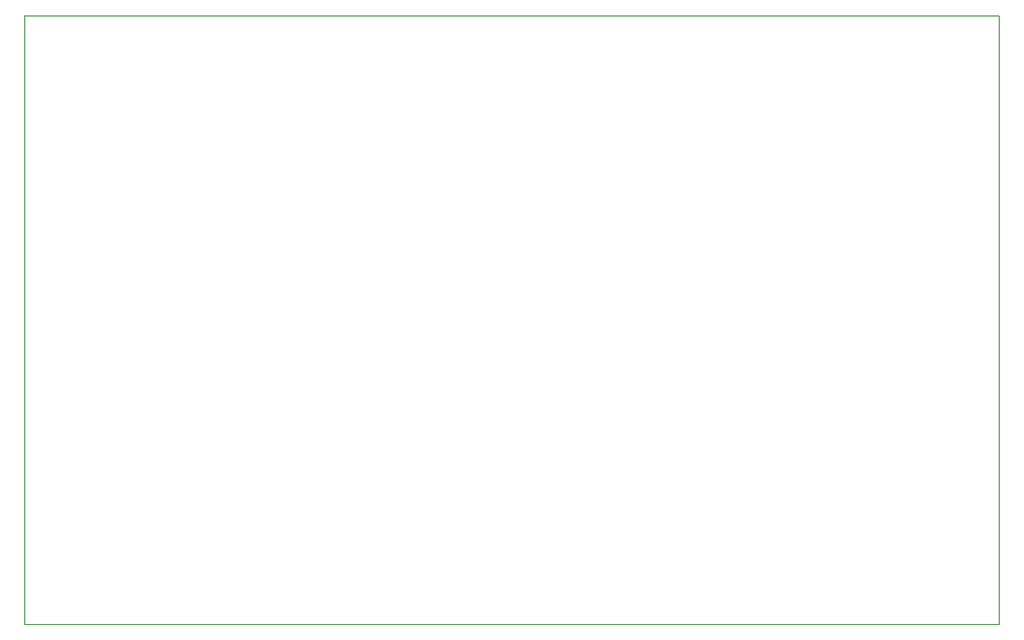
<source format=gbr>
G04 #@! TF.FileFunction,Profile,NP*
%FSLAX46Y46*%
G04 Gerber Fmt 4.6, Leading zero omitted, Abs format (unit mm)*
G04 Created by KiCad (PCBNEW 4.0.4+e1-6308~48~ubuntu15.10.1-stable) date Thu Jul 19 16:03:55 2018*
%MOMM*%
%LPD*%
G01*
G04 APERTURE LIST*
%ADD10C,0.100000*%
%ADD11C,0.150000*%
G04 APERTURE END LIST*
D10*
D11*
X31337240Y-19510840D02*
X191337240Y-19510840D01*
X31327240Y-19490840D02*
X31357240Y-19490840D01*
X31327240Y-119490840D02*
X31327240Y-19490840D01*
X191337240Y-119490840D02*
X31327240Y-119490840D01*
X191337240Y-19510840D02*
X191337240Y-119490840D01*
M02*

</source>
